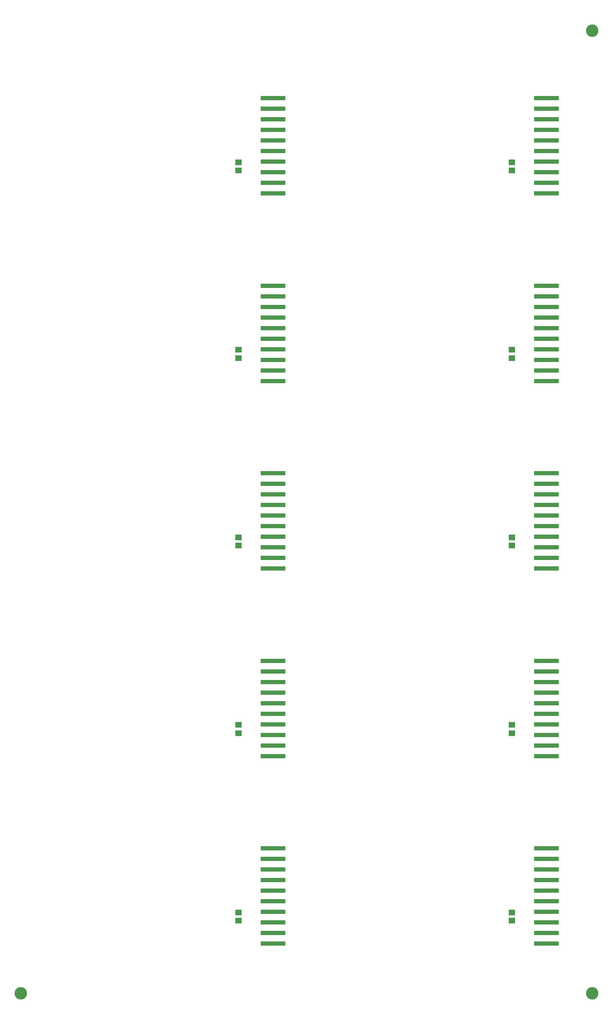
<source format=gbr>
%TF.GenerationSoftware,Altium Limited,Altium Designer,23.9.2 (47)*%
G04 Layer_Color=128*
%FSLAX45Y45*%
%MOMM*%
%TF.SameCoordinates,AD479AB8-1AF9-481E-9C01-A3E3F564F201*%
%TF.FilePolarity,Positive*%
%TF.FileFunction,Paste,Bot*%
%TF.Part,CustomerPanel*%
G01*
G75*
%TA.AperFunction,SMDPad,CuDef*%
%ADD10C,3.00000*%
%ADD11R,6.00000X1.00000*%
%ADD16R,1.50000X1.40000*%
D10*
X20948286Y30797501D02*
D03*
Y7696200D02*
D03*
X7213600D02*
D03*
D11*
X13271500Y10160000D02*
D03*
Y9906000D02*
D03*
Y9652000D02*
D03*
Y9398000D02*
D03*
Y9144000D02*
D03*
Y8890000D02*
D03*
Y11176000D02*
D03*
Y10922000D02*
D03*
Y10668000D02*
D03*
Y10414000D02*
D03*
X19842101Y10160000D02*
D03*
Y9906000D02*
D03*
Y9652000D02*
D03*
Y9398000D02*
D03*
Y9144000D02*
D03*
Y8890000D02*
D03*
Y11176000D02*
D03*
Y10922000D02*
D03*
Y10668000D02*
D03*
Y10414000D02*
D03*
X13271500Y14660500D02*
D03*
Y14406500D02*
D03*
Y14152499D02*
D03*
Y13898500D02*
D03*
Y13644501D02*
D03*
Y13390500D02*
D03*
Y15676500D02*
D03*
Y15422501D02*
D03*
Y15168500D02*
D03*
Y14914500D02*
D03*
X19842101Y14660500D02*
D03*
Y14406500D02*
D03*
Y14152499D02*
D03*
Y13898500D02*
D03*
Y13644501D02*
D03*
Y13390500D02*
D03*
Y15676500D02*
D03*
Y15422501D02*
D03*
Y15168500D02*
D03*
Y14914500D02*
D03*
X13271500Y19161000D02*
D03*
Y18907001D02*
D03*
Y18653000D02*
D03*
Y18399001D02*
D03*
Y18145000D02*
D03*
Y17891000D02*
D03*
Y20177000D02*
D03*
Y19923000D02*
D03*
Y19669000D02*
D03*
Y19414999D02*
D03*
X19842101Y19161000D02*
D03*
Y18907001D02*
D03*
Y18653000D02*
D03*
Y18399001D02*
D03*
Y18145000D02*
D03*
Y17891000D02*
D03*
Y20177000D02*
D03*
Y19923000D02*
D03*
Y19669000D02*
D03*
Y19414999D02*
D03*
X13271500Y23661501D02*
D03*
Y23407500D02*
D03*
Y23153500D02*
D03*
Y22899500D02*
D03*
Y22645500D02*
D03*
Y22391499D02*
D03*
Y24677499D02*
D03*
Y24423500D02*
D03*
Y24169501D02*
D03*
Y23915500D02*
D03*
X19842101Y23661501D02*
D03*
Y23407500D02*
D03*
Y23153500D02*
D03*
Y22899500D02*
D03*
Y22645500D02*
D03*
Y22391499D02*
D03*
Y24677499D02*
D03*
Y24423500D02*
D03*
Y24169501D02*
D03*
Y23915500D02*
D03*
X13271500Y28162000D02*
D03*
Y27907999D02*
D03*
Y27654001D02*
D03*
Y27400000D02*
D03*
Y27145999D02*
D03*
Y26892001D02*
D03*
Y29178000D02*
D03*
Y28923999D02*
D03*
Y28670001D02*
D03*
Y28416000D02*
D03*
X19842101Y28162000D02*
D03*
Y27907999D02*
D03*
Y27654001D02*
D03*
Y27400000D02*
D03*
Y27145999D02*
D03*
Y26892001D02*
D03*
Y29178000D02*
D03*
Y28923999D02*
D03*
Y28670001D02*
D03*
Y28416000D02*
D03*
D16*
X12446000Y9637700D02*
D03*
Y9437700D02*
D03*
X19016600Y9637700D02*
D03*
Y9437700D02*
D03*
X12446000Y14138200D02*
D03*
Y13938200D02*
D03*
X19016600Y14138200D02*
D03*
Y13938200D02*
D03*
X12446000Y18638699D02*
D03*
Y18438699D02*
D03*
X19016600Y18638699D02*
D03*
Y18438699D02*
D03*
X12446000Y23139200D02*
D03*
Y22939200D02*
D03*
X19016600Y23139200D02*
D03*
Y22939200D02*
D03*
X12446000Y27639700D02*
D03*
Y27439700D02*
D03*
X19016600Y27639700D02*
D03*
Y27439700D02*
D03*
%TF.MD5,d989e8301b6930197ab4b3c4c5877253*%
M02*

</source>
